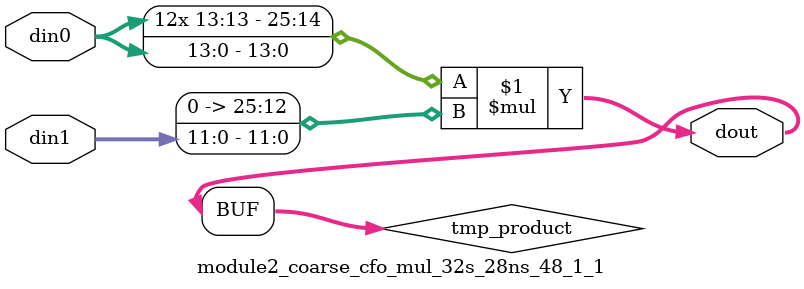
<source format=v>

`timescale 1 ns / 1 ps

 module module2_coarse_cfo_mul_32s_28ns_48_1_1(din0, din1, dout);
parameter ID = 1;
parameter NUM_STAGE = 0;
parameter din0_WIDTH = 14;
parameter din1_WIDTH = 12;
parameter dout_WIDTH = 26;

input [din0_WIDTH - 1 : 0] din0; 
input [din1_WIDTH - 1 : 0] din1; 
output [dout_WIDTH - 1 : 0] dout;

wire signed [dout_WIDTH - 1 : 0] tmp_product;


























assign tmp_product = $signed(din0) * $signed({1'b0, din1});









assign dout = tmp_product;





















endmodule

</source>
